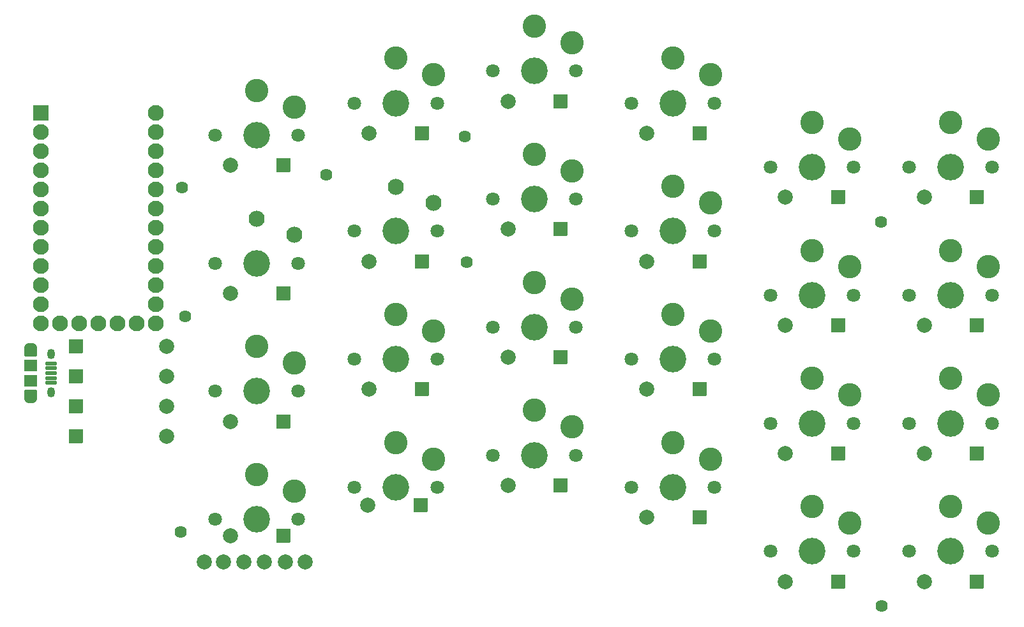
<source format=gbr>
%TF.GenerationSoftware,KiCad,Pcbnew,(6.0.4)*%
%TF.CreationDate,2024-05-03T20:31:11-07:00*%
%TF.ProjectId,right_staggered,72696768-745f-4737-9461-676765726564,v1.0.0*%
%TF.SameCoordinates,Original*%
%TF.FileFunction,Soldermask,Top*%
%TF.FilePolarity,Negative*%
%FSLAX46Y46*%
G04 Gerber Fmt 4.6, Leading zero omitted, Abs format (unit mm)*
G04 Created by KiCad (PCBNEW (6.0.4)) date 2024-05-03 20:31:11*
%MOMM*%
%LPD*%
G01*
G04 APERTURE LIST*
G04 Aperture macros list*
%AMRoundRect*
0 Rectangle with rounded corners*
0 $1 Rounding radius*
0 $2 $3 $4 $5 $6 $7 $8 $9 X,Y pos of 4 corners*
0 Add a 4 corners polygon primitive as box body*
4,1,4,$2,$3,$4,$5,$6,$7,$8,$9,$2,$3,0*
0 Add four circle primitives for the rounded corners*
1,1,$1+$1,$2,$3*
1,1,$1+$1,$4,$5*
1,1,$1+$1,$6,$7*
1,1,$1+$1,$8,$9*
0 Add four rect primitives between the rounded corners*
20,1,$1+$1,$2,$3,$4,$5,0*
20,1,$1+$1,$4,$5,$6,$7,0*
20,1,$1+$1,$6,$7,$8,$9,0*
20,1,$1+$1,$8,$9,$2,$3,0*%
G04 Aperture macros list end*
%ADD10C,1.624000*%
%ADD11C,2.005000*%
%ADD12RoundRect,0.050000X0.889000X0.889000X-0.889000X0.889000X-0.889000X-0.889000X0.889000X-0.889000X0*%
%ADD13C,3.100000*%
%ADD14C,1.801800*%
%ADD15C,3.529000*%
%ADD16C,2.132000*%
%ADD17RoundRect,0.050000X-0.889000X-0.889000X0.889000X-0.889000X0.889000X0.889000X-0.889000X0.889000X0*%
%ADD18RoundRect,0.050000X-1.000000X-1.000000X1.000000X-1.000000X1.000000X1.000000X-1.000000X1.000000X0*%
%ADD19C,2.100000*%
%ADD20RoundRect,0.050000X-0.675000X0.200000X-0.675000X-0.200000X0.675000X-0.200000X0.675000X0.200000X0*%
%ADD21RoundRect,0.050000X-0.775000X0.600000X-0.775000X-0.600000X0.775000X-0.600000X0.775000X0.600000X0*%
%ADD22O,1.050000X1.350000*%
%ADD23RoundRect,0.050000X-0.775000X0.750000X-0.775000X-0.750000X0.775000X-0.750000X0.775000X0.750000X0*%
%ADD24O,1.650000X0.990000*%
G04 APERTURE END LIST*
D10*
%TO.C,*%
X140100000Y-106000000D03*
%TD*%
D11*
%TO.C,*%
X153800000Y-155700000D03*
%TD*%
%TO.C,D4*%
X146500000Y-103000000D03*
D12*
X153500000Y-103000000D03*
%TD*%
D11*
%TO.C,D19*%
X220100000Y-124250000D03*
D12*
X227100000Y-124250000D03*
%TD*%
D13*
%TO.C,S20*%
X228600000Y-99500000D03*
D14*
X229100000Y-103250000D03*
X218100000Y-103250000D03*
D13*
X223600000Y-97300000D03*
D15*
X223600000Y-103250000D03*
%TD*%
D13*
%TO.C,S14*%
X205200000Y-122800000D03*
X210200000Y-125000000D03*
D14*
X210700000Y-128750000D03*
X199700000Y-128750000D03*
D15*
X205200000Y-128750000D03*
%TD*%
D14*
%TO.C,S2*%
X173900000Y-111750000D03*
X162900000Y-111750000D03*
D15*
X168400000Y-111750000D03*
D16*
X173400000Y-107950000D03*
X168400000Y-105850000D03*
%TD*%
D11*
%TO.C,D11*%
X183300000Y-111500000D03*
D12*
X190300000Y-111500000D03*
%TD*%
D11*
%TO.C,D25*%
X138000000Y-127000000D03*
D17*
X126000000Y-127000000D03*
%TD*%
D11*
%TO.C,D27*%
X138000000Y-135000000D03*
D17*
X126000000Y-135000000D03*
%TD*%
D11*
%TO.C,D9*%
X183300000Y-145500000D03*
D12*
X190300000Y-145500000D03*
%TD*%
D15*
%TO.C,S13*%
X205200000Y-145750000D03*
D14*
X199700000Y-145750000D03*
X210700000Y-145750000D03*
D13*
X210200000Y-142000000D03*
X205200000Y-139800000D03*
%TD*%
D14*
%TO.C,S19*%
X229100000Y-120250000D03*
D13*
X223600000Y-114300000D03*
D15*
X223600000Y-120250000D03*
D14*
X218100000Y-120250000D03*
D13*
X228600000Y-116500000D03*
%TD*%
D11*
%TO.C,D23*%
X238500000Y-124250000D03*
D12*
X245500000Y-124250000D03*
%TD*%
D10*
%TO.C,*%
X177600000Y-99200000D03*
%TD*%
%TO.C,*%
X139900000Y-151700000D03*
%TD*%
D13*
%TO.C,S15*%
X205200000Y-105800000D03*
D14*
X199700000Y-111750000D03*
X210700000Y-111750000D03*
D15*
X205200000Y-111750000D03*
D13*
X210200000Y-108000000D03*
%TD*%
D11*
%TO.C,D13*%
X201700000Y-149750000D03*
D12*
X208700000Y-149750000D03*
%TD*%
D10*
%TO.C,*%
X232800000Y-110500000D03*
%TD*%
D14*
%TO.C,S5*%
X144500000Y-99000000D03*
D13*
X150000000Y-93050000D03*
X155000000Y-95250000D03*
D15*
X150000000Y-99000000D03*
D14*
X155500000Y-99000000D03*
%TD*%
D11*
%TO.C,*%
X156400000Y-155700000D03*
%TD*%
D13*
%TO.C,S17*%
X228600000Y-150500000D03*
D14*
X218100000Y-154250000D03*
D15*
X223600000Y-154250000D03*
D14*
X229100000Y-154250000D03*
D13*
X223600000Y-148300000D03*
%TD*%
D14*
%TO.C,S18*%
X218100000Y-137250000D03*
X229100000Y-137250000D03*
D13*
X228600000Y-133500000D03*
D15*
X223600000Y-137250000D03*
D13*
X223600000Y-131300000D03*
%TD*%
D14*
%TO.C,S22*%
X247500000Y-137250000D03*
D15*
X242000000Y-137250000D03*
D13*
X242000000Y-131300000D03*
X247000000Y-133500000D03*
D14*
X236500000Y-137250000D03*
%TD*%
D11*
%TO.C,D18*%
X220100000Y-141250000D03*
D12*
X227100000Y-141250000D03*
%TD*%
D11*
%TO.C,D7*%
X164900000Y-115750000D03*
D12*
X171900000Y-115750000D03*
%TD*%
D11*
%TO.C,*%
X145600000Y-155700000D03*
%TD*%
%TO.C,D8*%
X164900000Y-98750000D03*
D12*
X171900000Y-98750000D03*
%TD*%
D13*
%TO.C,S4*%
X150000000Y-127050000D03*
D15*
X150000000Y-133000000D03*
D14*
X144500000Y-133000000D03*
D13*
X155000000Y-129250000D03*
D14*
X155500000Y-133000000D03*
%TD*%
D11*
%TO.C,*%
X151000000Y-155700000D03*
%TD*%
D14*
%TO.C,S12*%
X192300000Y-90500000D03*
X181300000Y-90500000D03*
D13*
X191800000Y-86750000D03*
D15*
X186800000Y-90500000D03*
D13*
X186800000Y-84550000D03*
%TD*%
D11*
%TO.C,D2*%
X146500000Y-137000000D03*
D12*
X153500000Y-137000000D03*
%TD*%
D11*
%TO.C,D26*%
X138000000Y-131000000D03*
D17*
X126000000Y-131000000D03*
%TD*%
D18*
%TO.C,*%
X121380000Y-96030000D03*
D19*
X121380000Y-98570000D03*
X121380000Y-101110000D03*
X121380000Y-103650000D03*
X121380000Y-106190000D03*
X121380000Y-108730000D03*
X121380000Y-111270000D03*
X121380000Y-113810000D03*
X121380000Y-116350000D03*
X121380000Y-118890000D03*
X121380000Y-121430000D03*
X121380000Y-123970000D03*
X136620000Y-123970000D03*
X136620000Y-121430000D03*
X136620000Y-118890000D03*
X136620000Y-116350000D03*
X136620000Y-113810000D03*
X136620000Y-111270000D03*
X136620000Y-108730000D03*
X136620000Y-106190000D03*
X136620000Y-103650000D03*
X136620000Y-101110000D03*
X136620000Y-98570000D03*
X136620000Y-96030000D03*
X123920000Y-123970000D03*
X126460000Y-123970000D03*
X129000000Y-123970000D03*
X131540000Y-123970000D03*
X134080000Y-123970000D03*
%TD*%
D13*
%TO.C,S16*%
X210200000Y-91000000D03*
D14*
X199700000Y-94750000D03*
D15*
X205200000Y-94750000D03*
D13*
X205200000Y-88800000D03*
D14*
X210700000Y-94750000D03*
%TD*%
D10*
%TO.C,*%
X140500000Y-123100000D03*
%TD*%
D11*
%TO.C,D6*%
X164900000Y-132750000D03*
D12*
X171900000Y-132750000D03*
%TD*%
D11*
%TO.C,D5*%
X164700000Y-148100000D03*
D12*
X171700000Y-148100000D03*
%TD*%
D13*
%TO.C,S10*%
X186800000Y-118550000D03*
D15*
X186800000Y-124500000D03*
D13*
X191800000Y-120750000D03*
D14*
X181300000Y-124500000D03*
X192300000Y-124500000D03*
%TD*%
D11*
%TO.C,D1*%
X146500000Y-152200000D03*
D12*
X153500000Y-152200000D03*
%TD*%
D13*
%TO.C,S11*%
X191800000Y-103750000D03*
D14*
X181300000Y-107500000D03*
D13*
X186800000Y-101550000D03*
D14*
X192300000Y-107500000D03*
D15*
X186800000Y-107500000D03*
%TD*%
D11*
%TO.C,D21*%
X238500000Y-158250000D03*
D12*
X245500000Y-158250000D03*
%TD*%
D15*
%TO.C,S7*%
X168400000Y-128750000D03*
D14*
X173900000Y-128750000D03*
D13*
X173400000Y-125000000D03*
X168400000Y-122800000D03*
D14*
X162900000Y-128750000D03*
%TD*%
D11*
%TO.C,*%
X143000000Y-155700000D03*
%TD*%
D13*
%TO.C,S24*%
X242000000Y-97300000D03*
X247000000Y-99500000D03*
D14*
X236500000Y-103250000D03*
D15*
X242000000Y-103250000D03*
D14*
X247500000Y-103250000D03*
%TD*%
D10*
%TO.C,*%
X232900000Y-161500000D03*
%TD*%
D11*
%TO.C,D10*%
X183300000Y-128500000D03*
D12*
X190300000Y-128500000D03*
%TD*%
D11*
%TO.C,D24*%
X238500000Y-107250000D03*
D12*
X245500000Y-107250000D03*
%TD*%
D13*
%TO.C,S23*%
X242000000Y-114300000D03*
D15*
X242000000Y-120250000D03*
D13*
X247000000Y-116500000D03*
D14*
X247500000Y-120250000D03*
X236500000Y-120250000D03*
%TD*%
D13*
%TO.C,S8*%
X173400000Y-91000000D03*
D14*
X173900000Y-94750000D03*
D13*
X168400000Y-88800000D03*
D15*
X168400000Y-94750000D03*
D14*
X162900000Y-94750000D03*
%TD*%
D13*
%TO.C,S9*%
X191800000Y-137750000D03*
D14*
X181300000Y-141500000D03*
D15*
X186800000Y-141500000D03*
D13*
X186800000Y-135550000D03*
D14*
X192300000Y-141500000D03*
%TD*%
D11*
%TO.C,D16*%
X201700000Y-98750000D03*
D12*
X208700000Y-98750000D03*
%TD*%
D14*
%TO.C,S1*%
X155500000Y-116000000D03*
D15*
X150000000Y-116000000D03*
D14*
X144500000Y-116000000D03*
D16*
X155000000Y-112200000D03*
X150000000Y-110100000D03*
%TD*%
D11*
%TO.C,*%
X148300000Y-155700000D03*
%TD*%
D14*
%TO.C,S21*%
X236500000Y-154250000D03*
D13*
X242000000Y-148300000D03*
D14*
X247500000Y-154250000D03*
D13*
X247000000Y-150500000D03*
D15*
X242000000Y-154250000D03*
%TD*%
D10*
%TO.C,*%
X177800000Y-115900000D03*
%TD*%
D11*
%TO.C,D12*%
X183300000Y-94500000D03*
D12*
X190300000Y-94500000D03*
%TD*%
D11*
%TO.C,D3*%
X146500000Y-120000000D03*
D12*
X153500000Y-120000000D03*
%TD*%
D11*
%TO.C,D15*%
X201700000Y-115750000D03*
D12*
X208700000Y-115750000D03*
%TD*%
D11*
%TO.C,D28*%
X138000000Y-139000000D03*
D17*
X126000000Y-139000000D03*
%TD*%
D20*
%TO.C,*%
X122700000Y-129300000D03*
X122700000Y-129950000D03*
X122700000Y-130600000D03*
X122700000Y-131250000D03*
X122700000Y-131900000D03*
D21*
X120000000Y-133500000D03*
D22*
X122700000Y-128100000D03*
D21*
X120000000Y-127700000D03*
D22*
X122700000Y-133100000D03*
D23*
X120000000Y-131600000D03*
D24*
X120000000Y-134100000D03*
X120000000Y-127100000D03*
D23*
X120000000Y-129600000D03*
%TD*%
D11*
%TO.C,D14*%
X201700000Y-132750000D03*
D12*
X208700000Y-132750000D03*
%TD*%
D10*
%TO.C,*%
X159200000Y-104250000D03*
%TD*%
D11*
%TO.C,D22*%
X238500000Y-141250000D03*
D12*
X245500000Y-141250000D03*
%TD*%
D13*
%TO.C,S3*%
X150000000Y-144050000D03*
X155000000Y-146250000D03*
D15*
X150000000Y-150000000D03*
D14*
X155500000Y-150000000D03*
X144500000Y-150000000D03*
%TD*%
D11*
%TO.C,D17*%
X220100000Y-158250000D03*
D12*
X227100000Y-158250000D03*
%TD*%
D11*
%TO.C,D20*%
X220100000Y-107250000D03*
D12*
X227100000Y-107250000D03*
%TD*%
D13*
%TO.C,S6*%
X173400000Y-142000000D03*
X168400000Y-139800000D03*
D15*
X168400000Y-145750000D03*
D14*
X173900000Y-145750000D03*
X162900000Y-145750000D03*
%TD*%
M02*

</source>
